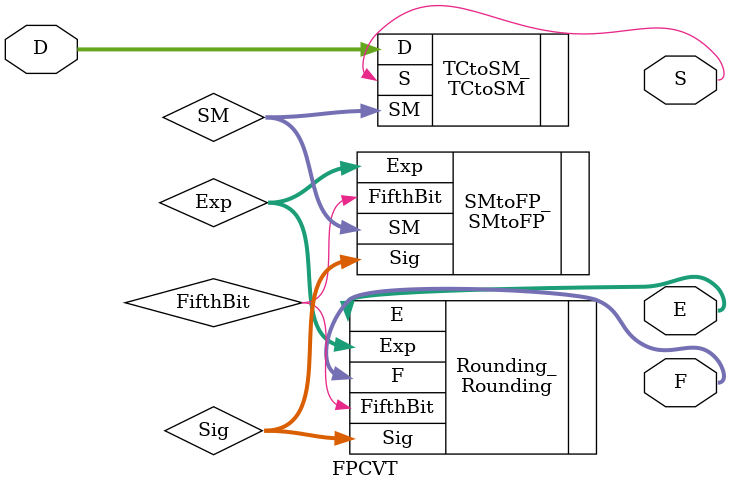
<source format=v>
`timescale 1ns / 1ps
module FPCVT(
    input [11:0] D,
    output S,
    output [2:0] E,
    output [3:0] F
    );
	 
	 wire [11:0] SM;
	 wire [2:0] Exp;
	 wire [3:0] Sig;
	 wire FifthBit;

	// Two's Complement to Sign Magnitude
	TCtoSM TCtoSM_ (// Outputs
						 .S(S),
						 .SM(SM),
						 // Input
						 .D(D));
						
	// Sign Magnitude to Floating Point
	SMtoFP SMtoFP_ (// Outputs
						 .Exp(Exp),
						 .Sig(Sig),
						 .FifthBit(FifthBit),
						 // Input
						 .SM(SM));

	// Floating Point Rounding
	Rounding Rounding_ (// Outputs
							  .E(E),
							  .F(F),
							  // Inputs
							  .Exp(Exp),
							  .Sig(Sig),
							  .FifthBit(FifthBit));

endmodule

</source>
